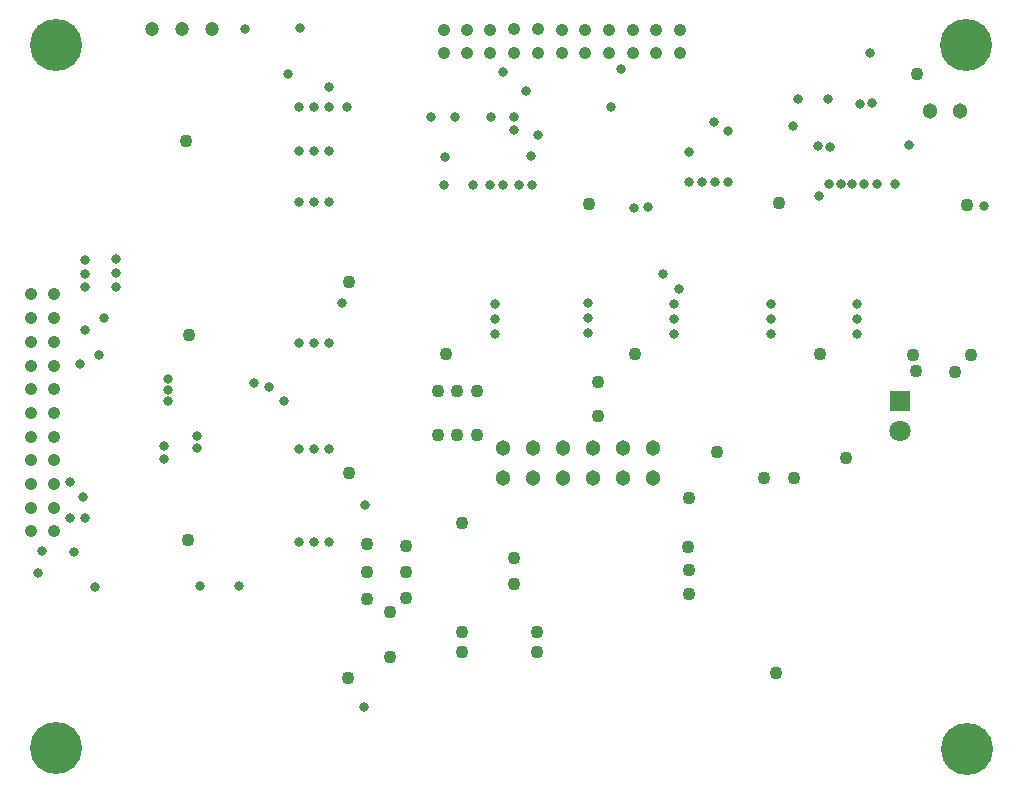
<source format=gbs>
G04*
G04 #@! TF.GenerationSoftware,Altium Limited,Altium Designer,19.1.8 (144)*
G04*
G04 Layer_Color=16711833*
%FSLAX44Y44*%
%MOMM*%
G71*
G01*
G75*
%ADD45C,1.2032*%
%ADD46C,4.4032*%
%ADD47C,1.3032*%
%ADD48R,1.8032X1.8032*%
%ADD49C,1.8032*%
%ADD50C,1.0668*%
%ADD67C,1.1032*%
%ADD68C,0.8032*%
D45*
X731950Y1037000D02*
D03*
X757350D02*
D03*
X782750D02*
D03*
D46*
X1421750Y427500D02*
D03*
X650384Y428452D02*
D03*
X1421500Y1023500D02*
D03*
X650500Y1023500D02*
D03*
D47*
X1156000Y657116D02*
D03*
Y682516D02*
D03*
X1130600D02*
D03*
Y657116D02*
D03*
X1105200D02*
D03*
Y682516D02*
D03*
X1079800D02*
D03*
Y657116D02*
D03*
X1054400D02*
D03*
Y682516D02*
D03*
X1029000D02*
D03*
Y657116D02*
D03*
X1415940Y967948D02*
D03*
X1390540D02*
D03*
D48*
X1365004Y722454D02*
D03*
D49*
Y697054D02*
D03*
D50*
X649250Y812402D02*
D03*
Y792336D02*
D03*
Y752204D02*
D03*
Y772270D02*
D03*
Y732138D02*
D03*
Y712072D02*
D03*
X648996Y671940D02*
D03*
Y692006D02*
D03*
X649250Y651874D02*
D03*
Y631808D02*
D03*
Y612250D02*
D03*
X629438D02*
D03*
Y631808D02*
D03*
Y651874D02*
D03*
X629184Y692006D02*
D03*
Y671940D02*
D03*
X629438Y712072D02*
D03*
Y732138D02*
D03*
Y772270D02*
D03*
Y752204D02*
D03*
Y792336D02*
D03*
Y812402D02*
D03*
X1179152Y1016750D02*
D03*
X1159086D02*
D03*
X1118954D02*
D03*
X1139020D02*
D03*
X1098888D02*
D03*
X1078822D02*
D03*
X1038690Y1017004D02*
D03*
X1058756D02*
D03*
X1018624Y1016750D02*
D03*
X998558D02*
D03*
X979000D02*
D03*
Y1036562D02*
D03*
X998558D02*
D03*
X1018624D02*
D03*
X1058756Y1036816D02*
D03*
X1038690D02*
D03*
X1078822Y1036562D02*
D03*
X1098888D02*
D03*
X1139020D02*
D03*
X1118954D02*
D03*
X1159086D02*
D03*
X1179152D02*
D03*
D67*
X994500Y527000D02*
D03*
X1058000Y526500D02*
D03*
Y510000D02*
D03*
X994500D02*
D03*
X974000Y730750D02*
D03*
Y693500D02*
D03*
X990500Y730750D02*
D03*
Y693500D02*
D03*
X1007500D02*
D03*
Y730750D02*
D03*
X1038875Y567000D02*
D03*
Y588875D02*
D03*
X947250Y555250D02*
D03*
X913750Y554750D02*
D03*
X947250Y577500D02*
D03*
X913750D02*
D03*
X947250Y599500D02*
D03*
X913750Y601500D02*
D03*
X994500Y619000D02*
D03*
X1319250Y674000D02*
D03*
X1186250Y598500D02*
D03*
X1250000Y657250D02*
D03*
X1275250D02*
D03*
X1210250Y679000D02*
D03*
X1425500Y761500D02*
D03*
X1376250D02*
D03*
X1379000Y747500D02*
D03*
X1412250Y746750D02*
D03*
X1110000Y709750D02*
D03*
X933250Y505500D02*
D03*
X933500Y543250D02*
D03*
X1260750Y492000D02*
D03*
X762500Y604250D02*
D03*
X763750Y777750D02*
D03*
X760750Y942750D02*
D03*
X1102250Y889250D02*
D03*
X1262500Y889750D02*
D03*
X1421750Y888500D02*
D03*
X1379500Y999500D02*
D03*
X1187000Y559000D02*
D03*
X1186500Y579500D02*
D03*
X1186750Y640250D02*
D03*
X1110000Y738000D02*
D03*
X898100Y487750D02*
D03*
X898800Y661500D02*
D03*
X1297812Y761610D02*
D03*
X1140586Y762372D02*
D03*
X980566Y762118D02*
D03*
X898500Y822750D02*
D03*
D68*
X1436500Y887250D02*
D03*
X1331250Y974000D02*
D03*
X1341626Y974250D02*
D03*
X691500Y792250D02*
D03*
X687500Y760750D02*
D03*
X673750Y640750D02*
D03*
X635906Y576534D02*
D03*
X683785Y564469D02*
D03*
X742586Y672800D02*
D03*
X770526Y692612D02*
D03*
Y682706D02*
D03*
X856378Y971250D02*
D03*
X847234Y999444D02*
D03*
X1187086Y907496D02*
D03*
X968646Y962868D02*
D03*
X1038750D02*
D03*
X988204D02*
D03*
X1019446D02*
D03*
X1038242Y951946D02*
D03*
X1048910Y984712D02*
D03*
X1029225Y1000841D02*
D03*
X1278780Y977600D02*
D03*
X882286Y988252D02*
D03*
X897526Y971250D02*
D03*
X810404Y1037544D02*
D03*
X857394Y1037798D02*
D03*
X1329072Y804118D02*
D03*
X1256174D02*
D03*
X1101234Y804880D02*
D03*
X1174386Y804118D02*
D03*
X1329072Y778718D02*
D03*
X1256174D02*
D03*
X1101234Y779480D02*
D03*
X1174386Y778718D02*
D03*
X1329072Y791418D02*
D03*
X1256174D02*
D03*
X1101234Y792180D02*
D03*
X1174386Y791418D02*
D03*
X1022494Y804118D02*
D03*
Y778718D02*
D03*
Y791418D02*
D03*
X856378Y890732D02*
D03*
Y771606D02*
D03*
Y681182D02*
D03*
Y602442D02*
D03*
X869078Y890732D02*
D03*
Y771606D02*
D03*
Y681182D02*
D03*
Y602442D02*
D03*
X881778Y890732D02*
D03*
Y771606D02*
D03*
Y681182D02*
D03*
Y602442D02*
D03*
X869332Y971250D02*
D03*
X882286D02*
D03*
X881778Y933912D02*
D03*
X856378D02*
D03*
X869078D02*
D03*
X892954Y804880D02*
D03*
X911750Y463250D02*
D03*
X912004Y633938D02*
D03*
X745380Y740872D02*
D03*
Y731728D02*
D03*
X818532Y737062D02*
D03*
X701184Y842726D02*
D03*
X675530Y841456D02*
D03*
X701184Y830788D02*
D03*
X675530Y830026D02*
D03*
X701184Y818850D02*
D03*
X675530Y819104D02*
D03*
X1003444Y904956D02*
D03*
X979568D02*
D03*
X979822Y928832D02*
D03*
X1018430Y904956D02*
D03*
X1029606D02*
D03*
X1042560D02*
D03*
X1052720Y929848D02*
D03*
X1053482Y904956D02*
D03*
X1058562Y947374D02*
D03*
X1164988Y829518D02*
D03*
X1178450Y817072D02*
D03*
X1152288Y886668D02*
D03*
X1140096Y885652D02*
D03*
X1187086Y932642D02*
D03*
X1197754Y907242D02*
D03*
X1121046Y971504D02*
D03*
X1208676Y907242D02*
D03*
X1208168Y958296D02*
D03*
X1219598Y907242D02*
D03*
X1219344Y950676D02*
D03*
X1305450Y905718D02*
D03*
X1306212Y937468D02*
D03*
X1304434Y978108D02*
D03*
X1315102Y905718D02*
D03*
X1274970Y954740D02*
D03*
X1325008Y905718D02*
D03*
X1334914D02*
D03*
X1129428Y1003000D02*
D03*
X1345582Y905718D02*
D03*
X1360822D02*
D03*
X1339740Y1016462D02*
D03*
X1372760Y938992D02*
D03*
X1297068Y895812D02*
D03*
X1295798Y937976D02*
D03*
X675022Y782020D02*
D03*
X670704Y753318D02*
D03*
X843932Y722330D02*
D03*
X745380D02*
D03*
X742586Y683722D02*
D03*
X662322Y623524D02*
D03*
X675276D02*
D03*
X772558Y565866D02*
D03*
X662322Y653496D02*
D03*
X665878Y594568D02*
D03*
X639208Y594822D02*
D03*
X830978Y734014D02*
D03*
X805832Y565866D02*
D03*
M02*

</source>
